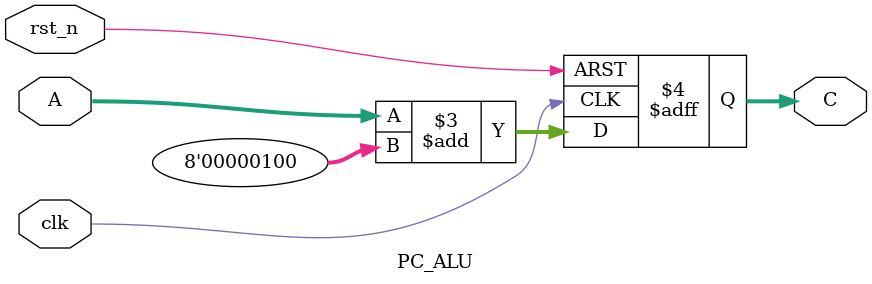
<source format=sv>
`timescale 1ns / 1ps


module PC_ALU (
    input  logic       clk,
    input  logic       rst_n,     // active-low reset
    input  logic [7:0] A,
    output logic [7:0] C
);

    localparam logic [7:0] INCREMENT = 8'd4;  // constant addend

    always_ff @(posedge clk or negedge rst_n) begin
        if (!rst_n)
            C <= '0;
        else
            C <= A + INCREMENT;   // wraps automatically on overflow (mod 256)
    end

endmodule

</source>
